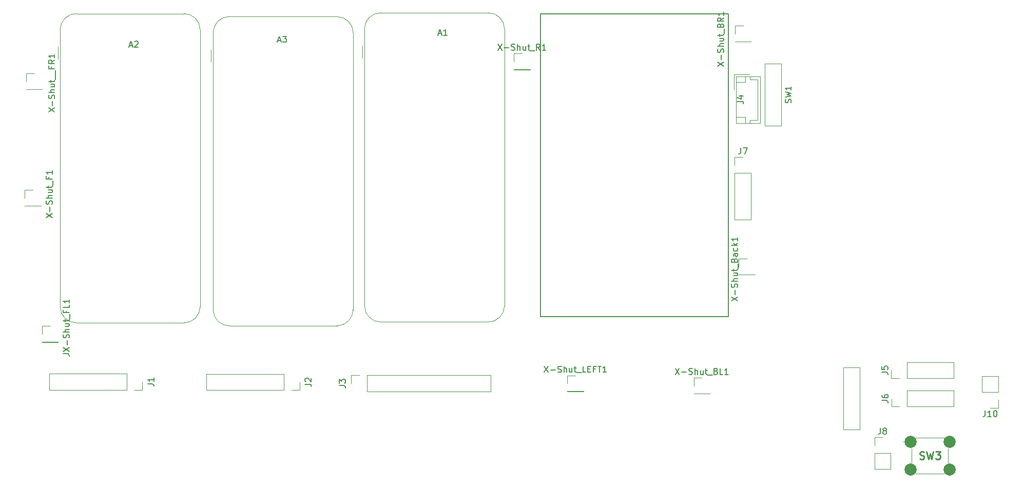
<source format=gbr>
%TF.GenerationSoftware,KiCad,Pcbnew,9.0.0*%
%TF.CreationDate,2025-04-18T00:05:44+02:00*%
%TF.ProjectId,Omni-X-II-PCB,4f6d6e69-2d58-42d4-9949-2d5043422e6b,rev?*%
%TF.SameCoordinates,Original*%
%TF.FileFunction,Legend,Bot*%
%TF.FilePolarity,Positive*%
%FSLAX46Y46*%
G04 Gerber Fmt 4.6, Leading zero omitted, Abs format (unit mm)*
G04 Created by KiCad (PCBNEW 9.0.0) date 2025-04-18 00:05:44*
%MOMM*%
%LPD*%
G01*
G04 APERTURE LIST*
%ADD10C,0.200000*%
%ADD11C,0.150000*%
%ADD12C,0.254000*%
%ADD13C,0.120000*%
%ADD14C,0.100000*%
%ADD15C,2.000000*%
G04 APERTURE END LIST*
D10*
X157150000Y-50970000D02*
X188150000Y-50970000D01*
X188150000Y-100970000D01*
X157150000Y-100970000D01*
X157150000Y-50970000D01*
D11*
X76044819Y-67175714D02*
X77044819Y-66509048D01*
X76044819Y-66509048D02*
X77044819Y-67175714D01*
X76663866Y-66128095D02*
X76663866Y-65366191D01*
X76997200Y-64937619D02*
X77044819Y-64794762D01*
X77044819Y-64794762D02*
X77044819Y-64556667D01*
X77044819Y-64556667D02*
X76997200Y-64461429D01*
X76997200Y-64461429D02*
X76949580Y-64413810D01*
X76949580Y-64413810D02*
X76854342Y-64366191D01*
X76854342Y-64366191D02*
X76759104Y-64366191D01*
X76759104Y-64366191D02*
X76663866Y-64413810D01*
X76663866Y-64413810D02*
X76616247Y-64461429D01*
X76616247Y-64461429D02*
X76568628Y-64556667D01*
X76568628Y-64556667D02*
X76521009Y-64747143D01*
X76521009Y-64747143D02*
X76473390Y-64842381D01*
X76473390Y-64842381D02*
X76425771Y-64890000D01*
X76425771Y-64890000D02*
X76330533Y-64937619D01*
X76330533Y-64937619D02*
X76235295Y-64937619D01*
X76235295Y-64937619D02*
X76140057Y-64890000D01*
X76140057Y-64890000D02*
X76092438Y-64842381D01*
X76092438Y-64842381D02*
X76044819Y-64747143D01*
X76044819Y-64747143D02*
X76044819Y-64509048D01*
X76044819Y-64509048D02*
X76092438Y-64366191D01*
X77044819Y-63937619D02*
X76044819Y-63937619D01*
X77044819Y-63509048D02*
X76521009Y-63509048D01*
X76521009Y-63509048D02*
X76425771Y-63556667D01*
X76425771Y-63556667D02*
X76378152Y-63651905D01*
X76378152Y-63651905D02*
X76378152Y-63794762D01*
X76378152Y-63794762D02*
X76425771Y-63890000D01*
X76425771Y-63890000D02*
X76473390Y-63937619D01*
X76378152Y-62604286D02*
X77044819Y-62604286D01*
X76378152Y-63032857D02*
X76901961Y-63032857D01*
X76901961Y-63032857D02*
X76997200Y-62985238D01*
X76997200Y-62985238D02*
X77044819Y-62890000D01*
X77044819Y-62890000D02*
X77044819Y-62747143D01*
X77044819Y-62747143D02*
X76997200Y-62651905D01*
X76997200Y-62651905D02*
X76949580Y-62604286D01*
X76378152Y-62270952D02*
X76378152Y-61890000D01*
X76044819Y-62128095D02*
X76901961Y-62128095D01*
X76901961Y-62128095D02*
X76997200Y-62080476D01*
X76997200Y-62080476D02*
X77044819Y-61985238D01*
X77044819Y-61985238D02*
X77044819Y-61890000D01*
X77140057Y-61794762D02*
X77140057Y-61032857D01*
X77140057Y-61032857D02*
X77140057Y-60270952D01*
X76521009Y-59699523D02*
X76521009Y-60032856D01*
X77044819Y-60032856D02*
X76044819Y-60032856D01*
X76044819Y-60032856D02*
X76044819Y-59556666D01*
X77044819Y-58604285D02*
X76568628Y-58937618D01*
X77044819Y-59175713D02*
X76044819Y-59175713D01*
X76044819Y-59175713D02*
X76044819Y-58794761D01*
X76044819Y-58794761D02*
X76092438Y-58699523D01*
X76092438Y-58699523D02*
X76140057Y-58651904D01*
X76140057Y-58651904D02*
X76235295Y-58604285D01*
X76235295Y-58604285D02*
X76378152Y-58604285D01*
X76378152Y-58604285D02*
X76473390Y-58651904D01*
X76473390Y-58651904D02*
X76521009Y-58699523D01*
X76521009Y-58699523D02*
X76568628Y-58794761D01*
X76568628Y-58794761D02*
X76568628Y-59175713D01*
X77044819Y-57651904D02*
X77044819Y-58223332D01*
X77044819Y-57937618D02*
X76044819Y-57937618D01*
X76044819Y-57937618D02*
X76187676Y-58032856D01*
X76187676Y-58032856D02*
X76282914Y-58128094D01*
X76282914Y-58128094D02*
X76330533Y-58223332D01*
X118364819Y-112083333D02*
X119079104Y-112083333D01*
X119079104Y-112083333D02*
X119221961Y-112130952D01*
X119221961Y-112130952D02*
X119317200Y-112226190D01*
X119317200Y-112226190D02*
X119364819Y-112369047D01*
X119364819Y-112369047D02*
X119364819Y-112464285D01*
X118460057Y-111654761D02*
X118412438Y-111607142D01*
X118412438Y-111607142D02*
X118364819Y-111511904D01*
X118364819Y-111511904D02*
X118364819Y-111273809D01*
X118364819Y-111273809D02*
X118412438Y-111178571D01*
X118412438Y-111178571D02*
X118460057Y-111130952D01*
X118460057Y-111130952D02*
X118555295Y-111083333D01*
X118555295Y-111083333D02*
X118650533Y-111083333D01*
X118650533Y-111083333D02*
X118793390Y-111130952D01*
X118793390Y-111130952D02*
X119364819Y-111702380D01*
X119364819Y-111702380D02*
X119364819Y-111083333D01*
X189654819Y-65433333D02*
X190369104Y-65433333D01*
X190369104Y-65433333D02*
X190511961Y-65480952D01*
X190511961Y-65480952D02*
X190607200Y-65576190D01*
X190607200Y-65576190D02*
X190654819Y-65719047D01*
X190654819Y-65719047D02*
X190654819Y-65814285D01*
X189988152Y-64528571D02*
X190654819Y-64528571D01*
X189607200Y-64766666D02*
X190321485Y-65004761D01*
X190321485Y-65004761D02*
X190321485Y-64385714D01*
X92404819Y-112033333D02*
X93119104Y-112033333D01*
X93119104Y-112033333D02*
X93261961Y-112080952D01*
X93261961Y-112080952D02*
X93357200Y-112176190D01*
X93357200Y-112176190D02*
X93404819Y-112319047D01*
X93404819Y-112319047D02*
X93404819Y-112414285D01*
X93404819Y-111033333D02*
X93404819Y-111604761D01*
X93404819Y-111319047D02*
X92404819Y-111319047D01*
X92404819Y-111319047D02*
X92547676Y-111414285D01*
X92547676Y-111414285D02*
X92642914Y-111509523D01*
X92642914Y-111509523D02*
X92690533Y-111604761D01*
X75634819Y-84614761D02*
X76634819Y-83948095D01*
X75634819Y-83948095D02*
X76634819Y-84614761D01*
X76253866Y-83567142D02*
X76253866Y-82805238D01*
X76587200Y-82376666D02*
X76634819Y-82233809D01*
X76634819Y-82233809D02*
X76634819Y-81995714D01*
X76634819Y-81995714D02*
X76587200Y-81900476D01*
X76587200Y-81900476D02*
X76539580Y-81852857D01*
X76539580Y-81852857D02*
X76444342Y-81805238D01*
X76444342Y-81805238D02*
X76349104Y-81805238D01*
X76349104Y-81805238D02*
X76253866Y-81852857D01*
X76253866Y-81852857D02*
X76206247Y-81900476D01*
X76206247Y-81900476D02*
X76158628Y-81995714D01*
X76158628Y-81995714D02*
X76111009Y-82186190D01*
X76111009Y-82186190D02*
X76063390Y-82281428D01*
X76063390Y-82281428D02*
X76015771Y-82329047D01*
X76015771Y-82329047D02*
X75920533Y-82376666D01*
X75920533Y-82376666D02*
X75825295Y-82376666D01*
X75825295Y-82376666D02*
X75730057Y-82329047D01*
X75730057Y-82329047D02*
X75682438Y-82281428D01*
X75682438Y-82281428D02*
X75634819Y-82186190D01*
X75634819Y-82186190D02*
X75634819Y-81948095D01*
X75634819Y-81948095D02*
X75682438Y-81805238D01*
X76634819Y-81376666D02*
X75634819Y-81376666D01*
X76634819Y-80948095D02*
X76111009Y-80948095D01*
X76111009Y-80948095D02*
X76015771Y-80995714D01*
X76015771Y-80995714D02*
X75968152Y-81090952D01*
X75968152Y-81090952D02*
X75968152Y-81233809D01*
X75968152Y-81233809D02*
X76015771Y-81329047D01*
X76015771Y-81329047D02*
X76063390Y-81376666D01*
X75968152Y-80043333D02*
X76634819Y-80043333D01*
X75968152Y-80471904D02*
X76491961Y-80471904D01*
X76491961Y-80471904D02*
X76587200Y-80424285D01*
X76587200Y-80424285D02*
X76634819Y-80329047D01*
X76634819Y-80329047D02*
X76634819Y-80186190D01*
X76634819Y-80186190D02*
X76587200Y-80090952D01*
X76587200Y-80090952D02*
X76539580Y-80043333D01*
X75968152Y-79709999D02*
X75968152Y-79329047D01*
X75634819Y-79567142D02*
X76491961Y-79567142D01*
X76491961Y-79567142D02*
X76587200Y-79519523D01*
X76587200Y-79519523D02*
X76634819Y-79424285D01*
X76634819Y-79424285D02*
X76634819Y-79329047D01*
X76730057Y-79233809D02*
X76730057Y-78471904D01*
X76111009Y-77900475D02*
X76111009Y-78233808D01*
X76634819Y-78233808D02*
X75634819Y-78233808D01*
X75634819Y-78233808D02*
X75634819Y-77757618D01*
X76634819Y-76852856D02*
X76634819Y-77424284D01*
X76634819Y-77138570D02*
X75634819Y-77138570D01*
X75634819Y-77138570D02*
X75777676Y-77233808D01*
X75777676Y-77233808D02*
X75872914Y-77329046D01*
X75872914Y-77329046D02*
X75920533Y-77424284D01*
X123994819Y-112293333D02*
X124709104Y-112293333D01*
X124709104Y-112293333D02*
X124851961Y-112340952D01*
X124851961Y-112340952D02*
X124947200Y-112436190D01*
X124947200Y-112436190D02*
X124994819Y-112579047D01*
X124994819Y-112579047D02*
X124994819Y-112674285D01*
X123994819Y-111912380D02*
X123994819Y-111293333D01*
X123994819Y-111293333D02*
X124375771Y-111626666D01*
X124375771Y-111626666D02*
X124375771Y-111483809D01*
X124375771Y-111483809D02*
X124423390Y-111388571D01*
X124423390Y-111388571D02*
X124471009Y-111340952D01*
X124471009Y-111340952D02*
X124566247Y-111293333D01*
X124566247Y-111293333D02*
X124804342Y-111293333D01*
X124804342Y-111293333D02*
X124899580Y-111340952D01*
X124899580Y-111340952D02*
X124947200Y-111388571D01*
X124947200Y-111388571D02*
X124994819Y-111483809D01*
X124994819Y-111483809D02*
X124994819Y-111769523D01*
X124994819Y-111769523D02*
X124947200Y-111864761D01*
X124947200Y-111864761D02*
X124899580Y-111912380D01*
X179419047Y-109474819D02*
X180085713Y-110474819D01*
X180085713Y-109474819D02*
X179419047Y-110474819D01*
X180466666Y-110093866D02*
X181228571Y-110093866D01*
X181657142Y-110427200D02*
X181799999Y-110474819D01*
X181799999Y-110474819D02*
X182038094Y-110474819D01*
X182038094Y-110474819D02*
X182133332Y-110427200D01*
X182133332Y-110427200D02*
X182180951Y-110379580D01*
X182180951Y-110379580D02*
X182228570Y-110284342D01*
X182228570Y-110284342D02*
X182228570Y-110189104D01*
X182228570Y-110189104D02*
X182180951Y-110093866D01*
X182180951Y-110093866D02*
X182133332Y-110046247D01*
X182133332Y-110046247D02*
X182038094Y-109998628D01*
X182038094Y-109998628D02*
X181847618Y-109951009D01*
X181847618Y-109951009D02*
X181752380Y-109903390D01*
X181752380Y-109903390D02*
X181704761Y-109855771D01*
X181704761Y-109855771D02*
X181657142Y-109760533D01*
X181657142Y-109760533D02*
X181657142Y-109665295D01*
X181657142Y-109665295D02*
X181704761Y-109570057D01*
X181704761Y-109570057D02*
X181752380Y-109522438D01*
X181752380Y-109522438D02*
X181847618Y-109474819D01*
X181847618Y-109474819D02*
X182085713Y-109474819D01*
X182085713Y-109474819D02*
X182228570Y-109522438D01*
X182657142Y-110474819D02*
X182657142Y-109474819D01*
X183085713Y-110474819D02*
X183085713Y-109951009D01*
X183085713Y-109951009D02*
X183038094Y-109855771D01*
X183038094Y-109855771D02*
X182942856Y-109808152D01*
X182942856Y-109808152D02*
X182799999Y-109808152D01*
X182799999Y-109808152D02*
X182704761Y-109855771D01*
X182704761Y-109855771D02*
X182657142Y-109903390D01*
X183990475Y-109808152D02*
X183990475Y-110474819D01*
X183561904Y-109808152D02*
X183561904Y-110331961D01*
X183561904Y-110331961D02*
X183609523Y-110427200D01*
X183609523Y-110427200D02*
X183704761Y-110474819D01*
X183704761Y-110474819D02*
X183847618Y-110474819D01*
X183847618Y-110474819D02*
X183942856Y-110427200D01*
X183942856Y-110427200D02*
X183990475Y-110379580D01*
X184323809Y-109808152D02*
X184704761Y-109808152D01*
X184466666Y-109474819D02*
X184466666Y-110331961D01*
X184466666Y-110331961D02*
X184514285Y-110427200D01*
X184514285Y-110427200D02*
X184609523Y-110474819D01*
X184609523Y-110474819D02*
X184704761Y-110474819D01*
X184800000Y-110570057D02*
X185561904Y-110570057D01*
X186133333Y-109951009D02*
X186276190Y-109998628D01*
X186276190Y-109998628D02*
X186323809Y-110046247D01*
X186323809Y-110046247D02*
X186371428Y-110141485D01*
X186371428Y-110141485D02*
X186371428Y-110284342D01*
X186371428Y-110284342D02*
X186323809Y-110379580D01*
X186323809Y-110379580D02*
X186276190Y-110427200D01*
X186276190Y-110427200D02*
X186180952Y-110474819D01*
X186180952Y-110474819D02*
X185800000Y-110474819D01*
X185800000Y-110474819D02*
X185800000Y-109474819D01*
X185800000Y-109474819D02*
X186133333Y-109474819D01*
X186133333Y-109474819D02*
X186228571Y-109522438D01*
X186228571Y-109522438D02*
X186276190Y-109570057D01*
X186276190Y-109570057D02*
X186323809Y-109665295D01*
X186323809Y-109665295D02*
X186323809Y-109760533D01*
X186323809Y-109760533D02*
X186276190Y-109855771D01*
X186276190Y-109855771D02*
X186228571Y-109903390D01*
X186228571Y-109903390D02*
X186133333Y-109951009D01*
X186133333Y-109951009D02*
X185800000Y-109951009D01*
X187276190Y-110474819D02*
X186800000Y-110474819D01*
X186800000Y-110474819D02*
X186800000Y-109474819D01*
X188133333Y-110474819D02*
X187561905Y-110474819D01*
X187847619Y-110474819D02*
X187847619Y-109474819D01*
X187847619Y-109474819D02*
X187752381Y-109617676D01*
X187752381Y-109617676D02*
X187657143Y-109712914D01*
X187657143Y-109712914D02*
X187561905Y-109760533D01*
X140355714Y-54249104D02*
X140831904Y-54249104D01*
X140260476Y-54534819D02*
X140593809Y-53534819D01*
X140593809Y-53534819D02*
X140927142Y-54534819D01*
X141784285Y-54534819D02*
X141212857Y-54534819D01*
X141498571Y-54534819D02*
X141498571Y-53534819D01*
X141498571Y-53534819D02*
X141403333Y-53677676D01*
X141403333Y-53677676D02*
X141308095Y-53772914D01*
X141308095Y-53772914D02*
X141212857Y-53820533D01*
X150153809Y-55974819D02*
X150820475Y-56974819D01*
X150820475Y-55974819D02*
X150153809Y-56974819D01*
X151201428Y-56593866D02*
X151963333Y-56593866D01*
X152391904Y-56927200D02*
X152534761Y-56974819D01*
X152534761Y-56974819D02*
X152772856Y-56974819D01*
X152772856Y-56974819D02*
X152868094Y-56927200D01*
X152868094Y-56927200D02*
X152915713Y-56879580D01*
X152915713Y-56879580D02*
X152963332Y-56784342D01*
X152963332Y-56784342D02*
X152963332Y-56689104D01*
X152963332Y-56689104D02*
X152915713Y-56593866D01*
X152915713Y-56593866D02*
X152868094Y-56546247D01*
X152868094Y-56546247D02*
X152772856Y-56498628D01*
X152772856Y-56498628D02*
X152582380Y-56451009D01*
X152582380Y-56451009D02*
X152487142Y-56403390D01*
X152487142Y-56403390D02*
X152439523Y-56355771D01*
X152439523Y-56355771D02*
X152391904Y-56260533D01*
X152391904Y-56260533D02*
X152391904Y-56165295D01*
X152391904Y-56165295D02*
X152439523Y-56070057D01*
X152439523Y-56070057D02*
X152487142Y-56022438D01*
X152487142Y-56022438D02*
X152582380Y-55974819D01*
X152582380Y-55974819D02*
X152820475Y-55974819D01*
X152820475Y-55974819D02*
X152963332Y-56022438D01*
X153391904Y-56974819D02*
X153391904Y-55974819D01*
X153820475Y-56974819D02*
X153820475Y-56451009D01*
X153820475Y-56451009D02*
X153772856Y-56355771D01*
X153772856Y-56355771D02*
X153677618Y-56308152D01*
X153677618Y-56308152D02*
X153534761Y-56308152D01*
X153534761Y-56308152D02*
X153439523Y-56355771D01*
X153439523Y-56355771D02*
X153391904Y-56403390D01*
X154725237Y-56308152D02*
X154725237Y-56974819D01*
X154296666Y-56308152D02*
X154296666Y-56831961D01*
X154296666Y-56831961D02*
X154344285Y-56927200D01*
X154344285Y-56927200D02*
X154439523Y-56974819D01*
X154439523Y-56974819D02*
X154582380Y-56974819D01*
X154582380Y-56974819D02*
X154677618Y-56927200D01*
X154677618Y-56927200D02*
X154725237Y-56879580D01*
X155058571Y-56308152D02*
X155439523Y-56308152D01*
X155201428Y-55974819D02*
X155201428Y-56831961D01*
X155201428Y-56831961D02*
X155249047Y-56927200D01*
X155249047Y-56927200D02*
X155344285Y-56974819D01*
X155344285Y-56974819D02*
X155439523Y-56974819D01*
X155534762Y-57070057D02*
X156296666Y-57070057D01*
X157106190Y-56974819D02*
X156772857Y-56498628D01*
X156534762Y-56974819D02*
X156534762Y-55974819D01*
X156534762Y-55974819D02*
X156915714Y-55974819D01*
X156915714Y-55974819D02*
X157010952Y-56022438D01*
X157010952Y-56022438D02*
X157058571Y-56070057D01*
X157058571Y-56070057D02*
X157106190Y-56165295D01*
X157106190Y-56165295D02*
X157106190Y-56308152D01*
X157106190Y-56308152D02*
X157058571Y-56403390D01*
X157058571Y-56403390D02*
X157010952Y-56451009D01*
X157010952Y-56451009D02*
X156915714Y-56498628D01*
X156915714Y-56498628D02*
X156534762Y-56498628D01*
X158058571Y-56974819D02*
X157487143Y-56974819D01*
X157772857Y-56974819D02*
X157772857Y-55974819D01*
X157772857Y-55974819D02*
X157677619Y-56117676D01*
X157677619Y-56117676D02*
X157582381Y-56212914D01*
X157582381Y-56212914D02*
X157487143Y-56260533D01*
X190226666Y-73094819D02*
X190226666Y-73809104D01*
X190226666Y-73809104D02*
X190179047Y-73951961D01*
X190179047Y-73951961D02*
X190083809Y-74047200D01*
X190083809Y-74047200D02*
X189940952Y-74094819D01*
X189940952Y-74094819D02*
X189845714Y-74094819D01*
X190607619Y-73094819D02*
X191274285Y-73094819D01*
X191274285Y-73094819D02*
X190845714Y-74094819D01*
X89395714Y-56199104D02*
X89871904Y-56199104D01*
X89300476Y-56484819D02*
X89633809Y-55484819D01*
X89633809Y-55484819D02*
X89967142Y-56484819D01*
X90252857Y-55580057D02*
X90300476Y-55532438D01*
X90300476Y-55532438D02*
X90395714Y-55484819D01*
X90395714Y-55484819D02*
X90633809Y-55484819D01*
X90633809Y-55484819D02*
X90729047Y-55532438D01*
X90729047Y-55532438D02*
X90776666Y-55580057D01*
X90776666Y-55580057D02*
X90824285Y-55675295D01*
X90824285Y-55675295D02*
X90824285Y-55770533D01*
X90824285Y-55770533D02*
X90776666Y-55913390D01*
X90776666Y-55913390D02*
X90205238Y-56484819D01*
X90205238Y-56484819D02*
X90824285Y-56484819D01*
D12*
X219746666Y-124403842D02*
X219928095Y-124464318D01*
X219928095Y-124464318D02*
X220230476Y-124464318D01*
X220230476Y-124464318D02*
X220351428Y-124403842D01*
X220351428Y-124403842D02*
X220411904Y-124343365D01*
X220411904Y-124343365D02*
X220472381Y-124222413D01*
X220472381Y-124222413D02*
X220472381Y-124101461D01*
X220472381Y-124101461D02*
X220411904Y-123980508D01*
X220411904Y-123980508D02*
X220351428Y-123920032D01*
X220351428Y-123920032D02*
X220230476Y-123859556D01*
X220230476Y-123859556D02*
X219988571Y-123799080D01*
X219988571Y-123799080D02*
X219867619Y-123738603D01*
X219867619Y-123738603D02*
X219807142Y-123678127D01*
X219807142Y-123678127D02*
X219746666Y-123557175D01*
X219746666Y-123557175D02*
X219746666Y-123436222D01*
X219746666Y-123436222D02*
X219807142Y-123315270D01*
X219807142Y-123315270D02*
X219867619Y-123254794D01*
X219867619Y-123254794D02*
X219988571Y-123194318D01*
X219988571Y-123194318D02*
X220290952Y-123194318D01*
X220290952Y-123194318D02*
X220472381Y-123254794D01*
X220895714Y-123194318D02*
X221198095Y-124464318D01*
X221198095Y-124464318D02*
X221440000Y-123557175D01*
X221440000Y-123557175D02*
X221681905Y-124464318D01*
X221681905Y-124464318D02*
X221984286Y-123194318D01*
X222347143Y-123194318D02*
X223133334Y-123194318D01*
X223133334Y-123194318D02*
X222710000Y-123678127D01*
X222710000Y-123678127D02*
X222891429Y-123678127D01*
X222891429Y-123678127D02*
X223012381Y-123738603D01*
X223012381Y-123738603D02*
X223072857Y-123799080D01*
X223072857Y-123799080D02*
X223133334Y-123920032D01*
X223133334Y-123920032D02*
X223133334Y-124222413D01*
X223133334Y-124222413D02*
X223072857Y-124343365D01*
X223072857Y-124343365D02*
X223012381Y-124403842D01*
X223012381Y-124403842D02*
X222891429Y-124464318D01*
X222891429Y-124464318D02*
X222528572Y-124464318D01*
X222528572Y-124464318D02*
X222407619Y-124403842D01*
X222407619Y-124403842D02*
X222347143Y-124343365D01*
D11*
X188674819Y-98351904D02*
X189674819Y-97685238D01*
X188674819Y-97685238D02*
X189674819Y-98351904D01*
X189293866Y-97304285D02*
X189293866Y-96542381D01*
X189627200Y-96113809D02*
X189674819Y-95970952D01*
X189674819Y-95970952D02*
X189674819Y-95732857D01*
X189674819Y-95732857D02*
X189627200Y-95637619D01*
X189627200Y-95637619D02*
X189579580Y-95590000D01*
X189579580Y-95590000D02*
X189484342Y-95542381D01*
X189484342Y-95542381D02*
X189389104Y-95542381D01*
X189389104Y-95542381D02*
X189293866Y-95590000D01*
X189293866Y-95590000D02*
X189246247Y-95637619D01*
X189246247Y-95637619D02*
X189198628Y-95732857D01*
X189198628Y-95732857D02*
X189151009Y-95923333D01*
X189151009Y-95923333D02*
X189103390Y-96018571D01*
X189103390Y-96018571D02*
X189055771Y-96066190D01*
X189055771Y-96066190D02*
X188960533Y-96113809D01*
X188960533Y-96113809D02*
X188865295Y-96113809D01*
X188865295Y-96113809D02*
X188770057Y-96066190D01*
X188770057Y-96066190D02*
X188722438Y-96018571D01*
X188722438Y-96018571D02*
X188674819Y-95923333D01*
X188674819Y-95923333D02*
X188674819Y-95685238D01*
X188674819Y-95685238D02*
X188722438Y-95542381D01*
X189674819Y-95113809D02*
X188674819Y-95113809D01*
X189674819Y-94685238D02*
X189151009Y-94685238D01*
X189151009Y-94685238D02*
X189055771Y-94732857D01*
X189055771Y-94732857D02*
X189008152Y-94828095D01*
X189008152Y-94828095D02*
X189008152Y-94970952D01*
X189008152Y-94970952D02*
X189055771Y-95066190D01*
X189055771Y-95066190D02*
X189103390Y-95113809D01*
X189008152Y-93780476D02*
X189674819Y-93780476D01*
X189008152Y-94209047D02*
X189531961Y-94209047D01*
X189531961Y-94209047D02*
X189627200Y-94161428D01*
X189627200Y-94161428D02*
X189674819Y-94066190D01*
X189674819Y-94066190D02*
X189674819Y-93923333D01*
X189674819Y-93923333D02*
X189627200Y-93828095D01*
X189627200Y-93828095D02*
X189579580Y-93780476D01*
X189008152Y-93447142D02*
X189008152Y-93066190D01*
X188674819Y-93304285D02*
X189531961Y-93304285D01*
X189531961Y-93304285D02*
X189627200Y-93256666D01*
X189627200Y-93256666D02*
X189674819Y-93161428D01*
X189674819Y-93161428D02*
X189674819Y-93066190D01*
X189770057Y-92970952D02*
X189770057Y-92209047D01*
X189151009Y-91637618D02*
X189198628Y-91494761D01*
X189198628Y-91494761D02*
X189246247Y-91447142D01*
X189246247Y-91447142D02*
X189341485Y-91399523D01*
X189341485Y-91399523D02*
X189484342Y-91399523D01*
X189484342Y-91399523D02*
X189579580Y-91447142D01*
X189579580Y-91447142D02*
X189627200Y-91494761D01*
X189627200Y-91494761D02*
X189674819Y-91589999D01*
X189674819Y-91589999D02*
X189674819Y-91970951D01*
X189674819Y-91970951D02*
X188674819Y-91970951D01*
X188674819Y-91970951D02*
X188674819Y-91637618D01*
X188674819Y-91637618D02*
X188722438Y-91542380D01*
X188722438Y-91542380D02*
X188770057Y-91494761D01*
X188770057Y-91494761D02*
X188865295Y-91447142D01*
X188865295Y-91447142D02*
X188960533Y-91447142D01*
X188960533Y-91447142D02*
X189055771Y-91494761D01*
X189055771Y-91494761D02*
X189103390Y-91542380D01*
X189103390Y-91542380D02*
X189151009Y-91637618D01*
X189151009Y-91637618D02*
X189151009Y-91970951D01*
X189674819Y-90542380D02*
X189151009Y-90542380D01*
X189151009Y-90542380D02*
X189055771Y-90589999D01*
X189055771Y-90589999D02*
X189008152Y-90685237D01*
X189008152Y-90685237D02*
X189008152Y-90875713D01*
X189008152Y-90875713D02*
X189055771Y-90970951D01*
X189627200Y-90542380D02*
X189674819Y-90637618D01*
X189674819Y-90637618D02*
X189674819Y-90875713D01*
X189674819Y-90875713D02*
X189627200Y-90970951D01*
X189627200Y-90970951D02*
X189531961Y-91018570D01*
X189531961Y-91018570D02*
X189436723Y-91018570D01*
X189436723Y-91018570D02*
X189341485Y-90970951D01*
X189341485Y-90970951D02*
X189293866Y-90875713D01*
X189293866Y-90875713D02*
X189293866Y-90637618D01*
X189293866Y-90637618D02*
X189246247Y-90542380D01*
X189627200Y-89637618D02*
X189674819Y-89732856D01*
X189674819Y-89732856D02*
X189674819Y-89923332D01*
X189674819Y-89923332D02*
X189627200Y-90018570D01*
X189627200Y-90018570D02*
X189579580Y-90066189D01*
X189579580Y-90066189D02*
X189484342Y-90113808D01*
X189484342Y-90113808D02*
X189198628Y-90113808D01*
X189198628Y-90113808D02*
X189103390Y-90066189D01*
X189103390Y-90066189D02*
X189055771Y-90018570D01*
X189055771Y-90018570D02*
X189008152Y-89923332D01*
X189008152Y-89923332D02*
X189008152Y-89732856D01*
X189008152Y-89732856D02*
X189055771Y-89637618D01*
X189674819Y-89209046D02*
X188674819Y-89209046D01*
X189293866Y-89113808D02*
X189674819Y-88828094D01*
X189008152Y-88828094D02*
X189389104Y-89209046D01*
X189674819Y-87875713D02*
X189674819Y-88447141D01*
X189674819Y-88161427D02*
X188674819Y-88161427D01*
X188674819Y-88161427D02*
X188817676Y-88256665D01*
X188817676Y-88256665D02*
X188912914Y-88351903D01*
X188912914Y-88351903D02*
X188960533Y-88447141D01*
X213519819Y-114783333D02*
X214234104Y-114783333D01*
X214234104Y-114783333D02*
X214376961Y-114830952D01*
X214376961Y-114830952D02*
X214472200Y-114926190D01*
X214472200Y-114926190D02*
X214519819Y-115069047D01*
X214519819Y-115069047D02*
X214519819Y-115164285D01*
X213519819Y-113878571D02*
X213519819Y-114069047D01*
X213519819Y-114069047D02*
X213567438Y-114164285D01*
X213567438Y-114164285D02*
X213615057Y-114211904D01*
X213615057Y-114211904D02*
X213757914Y-114307142D01*
X213757914Y-114307142D02*
X213948390Y-114354761D01*
X213948390Y-114354761D02*
X214329342Y-114354761D01*
X214329342Y-114354761D02*
X214424580Y-114307142D01*
X214424580Y-114307142D02*
X214472200Y-114259523D01*
X214472200Y-114259523D02*
X214519819Y-114164285D01*
X214519819Y-114164285D02*
X214519819Y-113973809D01*
X214519819Y-113973809D02*
X214472200Y-113878571D01*
X214472200Y-113878571D02*
X214424580Y-113830952D01*
X214424580Y-113830952D02*
X214329342Y-113783333D01*
X214329342Y-113783333D02*
X214091247Y-113783333D01*
X214091247Y-113783333D02*
X213996009Y-113830952D01*
X213996009Y-113830952D02*
X213948390Y-113878571D01*
X213948390Y-113878571D02*
X213900771Y-113973809D01*
X213900771Y-113973809D02*
X213900771Y-114164285D01*
X213900771Y-114164285D02*
X213948390Y-114259523D01*
X213948390Y-114259523D02*
X213996009Y-114307142D01*
X213996009Y-114307142D02*
X214091247Y-114354761D01*
X230535476Y-116444819D02*
X230535476Y-117159104D01*
X230535476Y-117159104D02*
X230487857Y-117301961D01*
X230487857Y-117301961D02*
X230392619Y-117397200D01*
X230392619Y-117397200D02*
X230249762Y-117444819D01*
X230249762Y-117444819D02*
X230154524Y-117444819D01*
X231535476Y-117444819D02*
X230964048Y-117444819D01*
X231249762Y-117444819D02*
X231249762Y-116444819D01*
X231249762Y-116444819D02*
X231154524Y-116587676D01*
X231154524Y-116587676D02*
X231059286Y-116682914D01*
X231059286Y-116682914D02*
X230964048Y-116730533D01*
X232154524Y-116444819D02*
X232249762Y-116444819D01*
X232249762Y-116444819D02*
X232345000Y-116492438D01*
X232345000Y-116492438D02*
X232392619Y-116540057D01*
X232392619Y-116540057D02*
X232440238Y-116635295D01*
X232440238Y-116635295D02*
X232487857Y-116825771D01*
X232487857Y-116825771D02*
X232487857Y-117063866D01*
X232487857Y-117063866D02*
X232440238Y-117254342D01*
X232440238Y-117254342D02*
X232392619Y-117349580D01*
X232392619Y-117349580D02*
X232345000Y-117397200D01*
X232345000Y-117397200D02*
X232249762Y-117444819D01*
X232249762Y-117444819D02*
X232154524Y-117444819D01*
X232154524Y-117444819D02*
X232059286Y-117397200D01*
X232059286Y-117397200D02*
X232011667Y-117349580D01*
X232011667Y-117349580D02*
X231964048Y-117254342D01*
X231964048Y-117254342D02*
X231916429Y-117063866D01*
X231916429Y-117063866D02*
X231916429Y-116825771D01*
X231916429Y-116825771D02*
X231964048Y-116635295D01*
X231964048Y-116635295D02*
X232011667Y-116540057D01*
X232011667Y-116540057D02*
X232059286Y-116492438D01*
X232059286Y-116492438D02*
X232154524Y-116444819D01*
X78464819Y-107069524D02*
X79179104Y-107069524D01*
X79179104Y-107069524D02*
X79321961Y-107117143D01*
X79321961Y-107117143D02*
X79417200Y-107212381D01*
X79417200Y-107212381D02*
X79464819Y-107355238D01*
X79464819Y-107355238D02*
X79464819Y-107450476D01*
X78464819Y-106688571D02*
X79464819Y-106021905D01*
X78464819Y-106021905D02*
X79464819Y-106688571D01*
X79083866Y-105640952D02*
X79083866Y-104879048D01*
X79417200Y-104450476D02*
X79464819Y-104307619D01*
X79464819Y-104307619D02*
X79464819Y-104069524D01*
X79464819Y-104069524D02*
X79417200Y-103974286D01*
X79417200Y-103974286D02*
X79369580Y-103926667D01*
X79369580Y-103926667D02*
X79274342Y-103879048D01*
X79274342Y-103879048D02*
X79179104Y-103879048D01*
X79179104Y-103879048D02*
X79083866Y-103926667D01*
X79083866Y-103926667D02*
X79036247Y-103974286D01*
X79036247Y-103974286D02*
X78988628Y-104069524D01*
X78988628Y-104069524D02*
X78941009Y-104260000D01*
X78941009Y-104260000D02*
X78893390Y-104355238D01*
X78893390Y-104355238D02*
X78845771Y-104402857D01*
X78845771Y-104402857D02*
X78750533Y-104450476D01*
X78750533Y-104450476D02*
X78655295Y-104450476D01*
X78655295Y-104450476D02*
X78560057Y-104402857D01*
X78560057Y-104402857D02*
X78512438Y-104355238D01*
X78512438Y-104355238D02*
X78464819Y-104260000D01*
X78464819Y-104260000D02*
X78464819Y-104021905D01*
X78464819Y-104021905D02*
X78512438Y-103879048D01*
X79464819Y-103450476D02*
X78464819Y-103450476D01*
X79464819Y-103021905D02*
X78941009Y-103021905D01*
X78941009Y-103021905D02*
X78845771Y-103069524D01*
X78845771Y-103069524D02*
X78798152Y-103164762D01*
X78798152Y-103164762D02*
X78798152Y-103307619D01*
X78798152Y-103307619D02*
X78845771Y-103402857D01*
X78845771Y-103402857D02*
X78893390Y-103450476D01*
X78798152Y-102117143D02*
X79464819Y-102117143D01*
X78798152Y-102545714D02*
X79321961Y-102545714D01*
X79321961Y-102545714D02*
X79417200Y-102498095D01*
X79417200Y-102498095D02*
X79464819Y-102402857D01*
X79464819Y-102402857D02*
X79464819Y-102260000D01*
X79464819Y-102260000D02*
X79417200Y-102164762D01*
X79417200Y-102164762D02*
X79369580Y-102117143D01*
X78798152Y-101783809D02*
X78798152Y-101402857D01*
X78464819Y-101640952D02*
X79321961Y-101640952D01*
X79321961Y-101640952D02*
X79417200Y-101593333D01*
X79417200Y-101593333D02*
X79464819Y-101498095D01*
X79464819Y-101498095D02*
X79464819Y-101402857D01*
X79560057Y-101307619D02*
X79560057Y-100545714D01*
X78941009Y-99974285D02*
X78941009Y-100307618D01*
X79464819Y-100307618D02*
X78464819Y-100307618D01*
X78464819Y-100307618D02*
X78464819Y-99831428D01*
X79464819Y-98974285D02*
X79464819Y-99450475D01*
X79464819Y-99450475D02*
X78464819Y-99450475D01*
X79464819Y-98117142D02*
X79464819Y-98688570D01*
X79464819Y-98402856D02*
X78464819Y-98402856D01*
X78464819Y-98402856D02*
X78607676Y-98498094D01*
X78607676Y-98498094D02*
X78702914Y-98593332D01*
X78702914Y-98593332D02*
X78750533Y-98688570D01*
X198497200Y-65653332D02*
X198544819Y-65510475D01*
X198544819Y-65510475D02*
X198544819Y-65272380D01*
X198544819Y-65272380D02*
X198497200Y-65177142D01*
X198497200Y-65177142D02*
X198449580Y-65129523D01*
X198449580Y-65129523D02*
X198354342Y-65081904D01*
X198354342Y-65081904D02*
X198259104Y-65081904D01*
X198259104Y-65081904D02*
X198163866Y-65129523D01*
X198163866Y-65129523D02*
X198116247Y-65177142D01*
X198116247Y-65177142D02*
X198068628Y-65272380D01*
X198068628Y-65272380D02*
X198021009Y-65462856D01*
X198021009Y-65462856D02*
X197973390Y-65558094D01*
X197973390Y-65558094D02*
X197925771Y-65605713D01*
X197925771Y-65605713D02*
X197830533Y-65653332D01*
X197830533Y-65653332D02*
X197735295Y-65653332D01*
X197735295Y-65653332D02*
X197640057Y-65605713D01*
X197640057Y-65605713D02*
X197592438Y-65558094D01*
X197592438Y-65558094D02*
X197544819Y-65462856D01*
X197544819Y-65462856D02*
X197544819Y-65224761D01*
X197544819Y-65224761D02*
X197592438Y-65081904D01*
X197544819Y-64748570D02*
X198544819Y-64510475D01*
X198544819Y-64510475D02*
X197830533Y-64319999D01*
X197830533Y-64319999D02*
X198544819Y-64129523D01*
X198544819Y-64129523D02*
X197544819Y-63891428D01*
X198544819Y-62986666D02*
X198544819Y-63558094D01*
X198544819Y-63272380D02*
X197544819Y-63272380D01*
X197544819Y-63272380D02*
X197687676Y-63367618D01*
X197687676Y-63367618D02*
X197782914Y-63462856D01*
X197782914Y-63462856D02*
X197830533Y-63558094D01*
X186394819Y-59596190D02*
X187394819Y-58929524D01*
X186394819Y-58929524D02*
X187394819Y-59596190D01*
X187013866Y-58548571D02*
X187013866Y-57786667D01*
X187347200Y-57358095D02*
X187394819Y-57215238D01*
X187394819Y-57215238D02*
X187394819Y-56977143D01*
X187394819Y-56977143D02*
X187347200Y-56881905D01*
X187347200Y-56881905D02*
X187299580Y-56834286D01*
X187299580Y-56834286D02*
X187204342Y-56786667D01*
X187204342Y-56786667D02*
X187109104Y-56786667D01*
X187109104Y-56786667D02*
X187013866Y-56834286D01*
X187013866Y-56834286D02*
X186966247Y-56881905D01*
X186966247Y-56881905D02*
X186918628Y-56977143D01*
X186918628Y-56977143D02*
X186871009Y-57167619D01*
X186871009Y-57167619D02*
X186823390Y-57262857D01*
X186823390Y-57262857D02*
X186775771Y-57310476D01*
X186775771Y-57310476D02*
X186680533Y-57358095D01*
X186680533Y-57358095D02*
X186585295Y-57358095D01*
X186585295Y-57358095D02*
X186490057Y-57310476D01*
X186490057Y-57310476D02*
X186442438Y-57262857D01*
X186442438Y-57262857D02*
X186394819Y-57167619D01*
X186394819Y-57167619D02*
X186394819Y-56929524D01*
X186394819Y-56929524D02*
X186442438Y-56786667D01*
X187394819Y-56358095D02*
X186394819Y-56358095D01*
X187394819Y-55929524D02*
X186871009Y-55929524D01*
X186871009Y-55929524D02*
X186775771Y-55977143D01*
X186775771Y-55977143D02*
X186728152Y-56072381D01*
X186728152Y-56072381D02*
X186728152Y-56215238D01*
X186728152Y-56215238D02*
X186775771Y-56310476D01*
X186775771Y-56310476D02*
X186823390Y-56358095D01*
X186728152Y-55024762D02*
X187394819Y-55024762D01*
X186728152Y-55453333D02*
X187251961Y-55453333D01*
X187251961Y-55453333D02*
X187347200Y-55405714D01*
X187347200Y-55405714D02*
X187394819Y-55310476D01*
X187394819Y-55310476D02*
X187394819Y-55167619D01*
X187394819Y-55167619D02*
X187347200Y-55072381D01*
X187347200Y-55072381D02*
X187299580Y-55024762D01*
X186728152Y-54691428D02*
X186728152Y-54310476D01*
X186394819Y-54548571D02*
X187251961Y-54548571D01*
X187251961Y-54548571D02*
X187347200Y-54500952D01*
X187347200Y-54500952D02*
X187394819Y-54405714D01*
X187394819Y-54405714D02*
X187394819Y-54310476D01*
X187490057Y-54215238D02*
X187490057Y-53453333D01*
X186871009Y-52881904D02*
X186918628Y-52739047D01*
X186918628Y-52739047D02*
X186966247Y-52691428D01*
X186966247Y-52691428D02*
X187061485Y-52643809D01*
X187061485Y-52643809D02*
X187204342Y-52643809D01*
X187204342Y-52643809D02*
X187299580Y-52691428D01*
X187299580Y-52691428D02*
X187347200Y-52739047D01*
X187347200Y-52739047D02*
X187394819Y-52834285D01*
X187394819Y-52834285D02*
X187394819Y-53215237D01*
X187394819Y-53215237D02*
X186394819Y-53215237D01*
X186394819Y-53215237D02*
X186394819Y-52881904D01*
X186394819Y-52881904D02*
X186442438Y-52786666D01*
X186442438Y-52786666D02*
X186490057Y-52739047D01*
X186490057Y-52739047D02*
X186585295Y-52691428D01*
X186585295Y-52691428D02*
X186680533Y-52691428D01*
X186680533Y-52691428D02*
X186775771Y-52739047D01*
X186775771Y-52739047D02*
X186823390Y-52786666D01*
X186823390Y-52786666D02*
X186871009Y-52881904D01*
X186871009Y-52881904D02*
X186871009Y-53215237D01*
X187394819Y-51643809D02*
X186918628Y-51977142D01*
X187394819Y-52215237D02*
X186394819Y-52215237D01*
X186394819Y-52215237D02*
X186394819Y-51834285D01*
X186394819Y-51834285D02*
X186442438Y-51739047D01*
X186442438Y-51739047D02*
X186490057Y-51691428D01*
X186490057Y-51691428D02*
X186585295Y-51643809D01*
X186585295Y-51643809D02*
X186728152Y-51643809D01*
X186728152Y-51643809D02*
X186823390Y-51691428D01*
X186823390Y-51691428D02*
X186871009Y-51739047D01*
X186871009Y-51739047D02*
X186918628Y-51834285D01*
X186918628Y-51834285D02*
X186918628Y-52215237D01*
X187394819Y-50691428D02*
X187394819Y-51262856D01*
X187394819Y-50977142D02*
X186394819Y-50977142D01*
X186394819Y-50977142D02*
X186537676Y-51072380D01*
X186537676Y-51072380D02*
X186632914Y-51167618D01*
X186632914Y-51167618D02*
X186680533Y-51262856D01*
X157817142Y-109114819D02*
X158483808Y-110114819D01*
X158483808Y-109114819D02*
X157817142Y-110114819D01*
X158864761Y-109733866D02*
X159626666Y-109733866D01*
X160055237Y-110067200D02*
X160198094Y-110114819D01*
X160198094Y-110114819D02*
X160436189Y-110114819D01*
X160436189Y-110114819D02*
X160531427Y-110067200D01*
X160531427Y-110067200D02*
X160579046Y-110019580D01*
X160579046Y-110019580D02*
X160626665Y-109924342D01*
X160626665Y-109924342D02*
X160626665Y-109829104D01*
X160626665Y-109829104D02*
X160579046Y-109733866D01*
X160579046Y-109733866D02*
X160531427Y-109686247D01*
X160531427Y-109686247D02*
X160436189Y-109638628D01*
X160436189Y-109638628D02*
X160245713Y-109591009D01*
X160245713Y-109591009D02*
X160150475Y-109543390D01*
X160150475Y-109543390D02*
X160102856Y-109495771D01*
X160102856Y-109495771D02*
X160055237Y-109400533D01*
X160055237Y-109400533D02*
X160055237Y-109305295D01*
X160055237Y-109305295D02*
X160102856Y-109210057D01*
X160102856Y-109210057D02*
X160150475Y-109162438D01*
X160150475Y-109162438D02*
X160245713Y-109114819D01*
X160245713Y-109114819D02*
X160483808Y-109114819D01*
X160483808Y-109114819D02*
X160626665Y-109162438D01*
X161055237Y-110114819D02*
X161055237Y-109114819D01*
X161483808Y-110114819D02*
X161483808Y-109591009D01*
X161483808Y-109591009D02*
X161436189Y-109495771D01*
X161436189Y-109495771D02*
X161340951Y-109448152D01*
X161340951Y-109448152D02*
X161198094Y-109448152D01*
X161198094Y-109448152D02*
X161102856Y-109495771D01*
X161102856Y-109495771D02*
X161055237Y-109543390D01*
X162388570Y-109448152D02*
X162388570Y-110114819D01*
X161959999Y-109448152D02*
X161959999Y-109971961D01*
X161959999Y-109971961D02*
X162007618Y-110067200D01*
X162007618Y-110067200D02*
X162102856Y-110114819D01*
X162102856Y-110114819D02*
X162245713Y-110114819D01*
X162245713Y-110114819D02*
X162340951Y-110067200D01*
X162340951Y-110067200D02*
X162388570Y-110019580D01*
X162721904Y-109448152D02*
X163102856Y-109448152D01*
X162864761Y-109114819D02*
X162864761Y-109971961D01*
X162864761Y-109971961D02*
X162912380Y-110067200D01*
X162912380Y-110067200D02*
X163007618Y-110114819D01*
X163007618Y-110114819D02*
X163102856Y-110114819D01*
X163198095Y-110210057D02*
X163959999Y-110210057D01*
X164674285Y-110114819D02*
X164198095Y-110114819D01*
X164198095Y-110114819D02*
X164198095Y-109114819D01*
X165007619Y-109591009D02*
X165340952Y-109591009D01*
X165483809Y-110114819D02*
X165007619Y-110114819D01*
X165007619Y-110114819D02*
X165007619Y-109114819D01*
X165007619Y-109114819D02*
X165483809Y-109114819D01*
X166245714Y-109591009D02*
X165912381Y-109591009D01*
X165912381Y-110114819D02*
X165912381Y-109114819D01*
X165912381Y-109114819D02*
X166388571Y-109114819D01*
X166626667Y-109114819D02*
X167198095Y-109114819D01*
X166912381Y-110114819D02*
X166912381Y-109114819D01*
X168055238Y-110114819D02*
X167483810Y-110114819D01*
X167769524Y-110114819D02*
X167769524Y-109114819D01*
X167769524Y-109114819D02*
X167674286Y-109257676D01*
X167674286Y-109257676D02*
X167579048Y-109352914D01*
X167579048Y-109352914D02*
X167483810Y-109400533D01*
X113885714Y-55389104D02*
X114361904Y-55389104D01*
X113790476Y-55674819D02*
X114123809Y-54674819D01*
X114123809Y-54674819D02*
X114457142Y-55674819D01*
X114695238Y-54674819D02*
X115314285Y-54674819D01*
X115314285Y-54674819D02*
X114980952Y-55055771D01*
X114980952Y-55055771D02*
X115123809Y-55055771D01*
X115123809Y-55055771D02*
X115219047Y-55103390D01*
X115219047Y-55103390D02*
X115266666Y-55151009D01*
X115266666Y-55151009D02*
X115314285Y-55246247D01*
X115314285Y-55246247D02*
X115314285Y-55484342D01*
X115314285Y-55484342D02*
X115266666Y-55579580D01*
X115266666Y-55579580D02*
X115219047Y-55627200D01*
X115219047Y-55627200D02*
X115123809Y-55674819D01*
X115123809Y-55674819D02*
X114838095Y-55674819D01*
X114838095Y-55674819D02*
X114742857Y-55627200D01*
X114742857Y-55627200D02*
X114695238Y-55579580D01*
X213479819Y-110113333D02*
X214194104Y-110113333D01*
X214194104Y-110113333D02*
X214336961Y-110160952D01*
X214336961Y-110160952D02*
X214432200Y-110256190D01*
X214432200Y-110256190D02*
X214479819Y-110399047D01*
X214479819Y-110399047D02*
X214479819Y-110494285D01*
X213479819Y-109160952D02*
X213479819Y-109637142D01*
X213479819Y-109637142D02*
X213956009Y-109684761D01*
X213956009Y-109684761D02*
X213908390Y-109637142D01*
X213908390Y-109637142D02*
X213860771Y-109541904D01*
X213860771Y-109541904D02*
X213860771Y-109303809D01*
X213860771Y-109303809D02*
X213908390Y-109208571D01*
X213908390Y-109208571D02*
X213956009Y-109160952D01*
X213956009Y-109160952D02*
X214051247Y-109113333D01*
X214051247Y-109113333D02*
X214289342Y-109113333D01*
X214289342Y-109113333D02*
X214384580Y-109160952D01*
X214384580Y-109160952D02*
X214432200Y-109208571D01*
X214432200Y-109208571D02*
X214479819Y-109303809D01*
X214479819Y-109303809D02*
X214479819Y-109541904D01*
X214479819Y-109541904D02*
X214432200Y-109637142D01*
X214432200Y-109637142D02*
X214384580Y-109684761D01*
X213261666Y-119334819D02*
X213261666Y-120049104D01*
X213261666Y-120049104D02*
X213214047Y-120191961D01*
X213214047Y-120191961D02*
X213118809Y-120287200D01*
X213118809Y-120287200D02*
X212975952Y-120334819D01*
X212975952Y-120334819D02*
X212880714Y-120334819D01*
X213880714Y-119763390D02*
X213785476Y-119715771D01*
X213785476Y-119715771D02*
X213737857Y-119668152D01*
X213737857Y-119668152D02*
X213690238Y-119572914D01*
X213690238Y-119572914D02*
X213690238Y-119525295D01*
X213690238Y-119525295D02*
X213737857Y-119430057D01*
X213737857Y-119430057D02*
X213785476Y-119382438D01*
X213785476Y-119382438D02*
X213880714Y-119334819D01*
X213880714Y-119334819D02*
X214071190Y-119334819D01*
X214071190Y-119334819D02*
X214166428Y-119382438D01*
X214166428Y-119382438D02*
X214214047Y-119430057D01*
X214214047Y-119430057D02*
X214261666Y-119525295D01*
X214261666Y-119525295D02*
X214261666Y-119572914D01*
X214261666Y-119572914D02*
X214214047Y-119668152D01*
X214214047Y-119668152D02*
X214166428Y-119715771D01*
X214166428Y-119715771D02*
X214071190Y-119763390D01*
X214071190Y-119763390D02*
X213880714Y-119763390D01*
X213880714Y-119763390D02*
X213785476Y-119811009D01*
X213785476Y-119811009D02*
X213737857Y-119858628D01*
X213737857Y-119858628D02*
X213690238Y-119953866D01*
X213690238Y-119953866D02*
X213690238Y-120144342D01*
X213690238Y-120144342D02*
X213737857Y-120239580D01*
X213737857Y-120239580D02*
X213785476Y-120287200D01*
X213785476Y-120287200D02*
X213880714Y-120334819D01*
X213880714Y-120334819D02*
X214071190Y-120334819D01*
X214071190Y-120334819D02*
X214166428Y-120287200D01*
X214166428Y-120287200D02*
X214214047Y-120239580D01*
X214214047Y-120239580D02*
X214261666Y-120144342D01*
X214261666Y-120144342D02*
X214261666Y-119953866D01*
X214261666Y-119953866D02*
X214214047Y-119858628D01*
X214214047Y-119858628D02*
X214166428Y-119811009D01*
X214166428Y-119811009D02*
X214071190Y-119763390D01*
D13*
%TO.C,X-Shut__FR1*%
X72350000Y-60810000D02*
X73680000Y-60810000D01*
X72350000Y-62140000D02*
X72350000Y-60810000D01*
X72350000Y-63410000D02*
X72350000Y-63470000D01*
X72350000Y-63410000D02*
X75010000Y-63410000D01*
X72350000Y-63470000D02*
X75010000Y-63470000D01*
X75010000Y-63410000D02*
X75010000Y-63470000D01*
%TO.C,J2*%
X102110000Y-110420000D02*
X102110000Y-113080000D01*
X114870000Y-110420000D02*
X102110000Y-110420000D01*
X114870000Y-110420000D02*
X114870000Y-113080000D01*
X114870000Y-113080000D02*
X102110000Y-113080000D01*
X117470000Y-111750000D02*
X117470000Y-113080000D01*
X117470000Y-113080000D02*
X116140000Y-113080000D01*
%TO.C,J4*%
X189140000Y-60990000D02*
X189140000Y-63490000D01*
X189440000Y-61290000D02*
X189440000Y-69010000D01*
X189440000Y-69010000D02*
X193460000Y-69010000D01*
X190940000Y-61290000D02*
X190940000Y-62290000D01*
X190940000Y-62290000D02*
X189440000Y-62290000D01*
X190940000Y-68010000D02*
X189440000Y-68010000D01*
X190940000Y-69010000D02*
X190940000Y-68010000D01*
X191640000Y-60990000D02*
X189140000Y-60990000D01*
X191750000Y-61290000D02*
X191750000Y-61790000D01*
X191750000Y-61790000D02*
X192960000Y-61790000D01*
X191750000Y-68510000D02*
X191750000Y-69010000D01*
X192960000Y-61790000D02*
X192960000Y-68510000D01*
X192960000Y-68510000D02*
X191750000Y-68510000D01*
X193460000Y-61290000D02*
X189440000Y-61290000D01*
X193460000Y-69010000D02*
X193460000Y-61290000D01*
%TO.C,J1*%
X76150000Y-110370000D02*
X76150000Y-113030000D01*
X88910000Y-110370000D02*
X76150000Y-110370000D01*
X88910000Y-110370000D02*
X88910000Y-113030000D01*
X88910000Y-113030000D02*
X76150000Y-113030000D01*
X91510000Y-111700000D02*
X91510000Y-113030000D01*
X91510000Y-113030000D02*
X90180000Y-113030000D01*
%TO.C,X-Shut_F1*%
X72110000Y-80030000D02*
X73440000Y-80030000D01*
X72110000Y-81360000D02*
X72110000Y-80030000D01*
X72110000Y-82630000D02*
X72110000Y-82690000D01*
X72110000Y-82630000D02*
X74770000Y-82630000D01*
X72110000Y-82690000D02*
X74770000Y-82690000D01*
X74770000Y-82630000D02*
X74770000Y-82690000D01*
%TO.C,J3*%
X125980000Y-110630000D02*
X127310000Y-110630000D01*
X125980000Y-111960000D02*
X125980000Y-110630000D01*
X128580000Y-110630000D02*
X148960000Y-110630000D01*
X128580000Y-113290000D02*
X128580000Y-110630000D01*
X128580000Y-113290000D02*
X148960000Y-113290000D01*
X148960000Y-113290000D02*
X148960000Y-110630000D01*
%TO.C,X-Shut_BL1*%
X182470000Y-111020000D02*
X183800000Y-111020000D01*
X182470000Y-112350000D02*
X182470000Y-111020000D01*
X182470000Y-113620000D02*
X182470000Y-113680000D01*
X182470000Y-113620000D02*
X185130000Y-113620000D01*
X182470000Y-113680000D02*
X185130000Y-113680000D01*
X185130000Y-113620000D02*
X185130000Y-113680000D01*
%TO.C,A1*%
X127840000Y-58270000D02*
X127840000Y-56270000D01*
X128160000Y-53460000D02*
X128160000Y-99180000D01*
X148590000Y-50810000D02*
X130810000Y-50810000D01*
X148590000Y-101830000D02*
X130810000Y-101830000D01*
X151240000Y-53460000D02*
X151240000Y-99180000D01*
X128160000Y-53460000D02*
G75*
G02*
X130810000Y-50810000I2650000J0D01*
G01*
X130810000Y-101830000D02*
G75*
G02*
X128160000Y-99180000I0J2650000D01*
G01*
X148590000Y-50810000D02*
G75*
G02*
X151240000Y-53460000I0J-2650000D01*
G01*
X151240000Y-99180000D02*
G75*
G02*
X148590000Y-101830000I-2650000J0D01*
G01*
%TO.C,X-Shut_R1*%
X152800000Y-57520000D02*
X154130000Y-57520000D01*
X152800000Y-58850000D02*
X152800000Y-57520000D01*
X152800000Y-60120000D02*
X152800000Y-60180000D01*
X152800000Y-60120000D02*
X155460000Y-60120000D01*
X152800000Y-60180000D02*
X155460000Y-60180000D01*
X155460000Y-60120000D02*
X155460000Y-60180000D01*
%TO.C,J7*%
X189230000Y-74640000D02*
X190560000Y-74640000D01*
X189230000Y-75970000D02*
X189230000Y-74640000D01*
X189230000Y-77240000D02*
X189230000Y-84920000D01*
X189230000Y-77240000D02*
X191890000Y-77240000D01*
X189230000Y-84920000D02*
X191890000Y-84920000D01*
X191890000Y-77240000D02*
X191890000Y-84920000D01*
%TO.C,A2*%
X77640000Y-58410000D02*
X77640000Y-56410000D01*
X77960000Y-53600000D02*
X77960000Y-99320000D01*
X98390000Y-50950000D02*
X80610000Y-50950000D01*
X98390000Y-101970000D02*
X80610000Y-101970000D01*
X101040000Y-53600000D02*
X101040000Y-99320000D01*
X77960000Y-53600000D02*
G75*
G02*
X80610000Y-50950000I2650000J0D01*
G01*
X80610000Y-101970000D02*
G75*
G02*
X77960000Y-99320000I0J2650000D01*
G01*
X98390000Y-50950000D02*
G75*
G02*
X101040000Y-53600000I0J-2650000D01*
G01*
X101040000Y-99320000D02*
G75*
G02*
X98390000Y-101970000I-2650000J0D01*
G01*
D14*
%TO.C,SW3*%
X216990000Y-121540000D02*
X216990000Y-121540000D01*
X216990000Y-121640000D02*
X216990000Y-121640000D01*
X218440000Y-122690000D02*
X218440000Y-125090000D01*
X219040000Y-120890000D02*
X223840000Y-120890000D01*
X219040000Y-126890000D02*
X223840000Y-126890000D01*
X224440000Y-122690000D02*
X224440000Y-125090000D01*
X216990000Y-121540000D02*
G75*
G02*
X216990000Y-121640000I0J-50000D01*
G01*
X216990000Y-121640000D02*
G75*
G02*
X216990000Y-121540000I0J50000D01*
G01*
D13*
%TO.C,X-Shut_Back1*%
X189890000Y-91370000D02*
X191220000Y-91370000D01*
X189890000Y-92700000D02*
X189890000Y-91370000D01*
X189890000Y-93970000D02*
X189890000Y-94030000D01*
X189890000Y-93970000D02*
X192550000Y-93970000D01*
X189890000Y-94030000D02*
X192550000Y-94030000D01*
X192550000Y-93970000D02*
X192550000Y-94030000D01*
%TO.C,J6*%
X215065000Y-115780000D02*
X215065000Y-114450000D01*
X216395000Y-115780000D02*
X215065000Y-115780000D01*
X217665000Y-113120000D02*
X225345000Y-113120000D01*
X217665000Y-115780000D02*
X217665000Y-113120000D01*
X217665000Y-115780000D02*
X225345000Y-115780000D01*
X225345000Y-115780000D02*
X225345000Y-113120000D01*
%TO.C,J10*%
X230015000Y-113390000D02*
X230015000Y-110790000D01*
X232675000Y-110790000D02*
X230015000Y-110790000D01*
X232675000Y-113390000D02*
X230015000Y-113390000D01*
X232675000Y-113390000D02*
X232675000Y-110790000D01*
X232675000Y-114660000D02*
X232675000Y-115990000D01*
X232675000Y-115990000D02*
X231345000Y-115990000D01*
%TO.C,JX-Shut_FL1*%
X74960000Y-102500000D02*
X76290000Y-102500000D01*
X74960000Y-103830000D02*
X74960000Y-102500000D01*
X74960000Y-105100000D02*
X74960000Y-105160000D01*
X74960000Y-105100000D02*
X77620000Y-105100000D01*
X74960000Y-105160000D02*
X77620000Y-105160000D01*
X77620000Y-105100000D02*
X77620000Y-105160000D01*
%TO.C,SW1*%
X196910000Y-59210000D02*
X194190000Y-59210000D01*
X194190000Y-69430000D01*
X196910000Y-69430000D01*
X196910000Y-59210000D01*
%TO.C,SW2*%
X207135000Y-119540000D02*
X209855000Y-119540000D01*
X209855000Y-109320000D01*
X207135000Y-109320000D01*
X207135000Y-119540000D01*
%TO.C,X-Shut_BR1*%
X189260000Y-52940000D02*
X190590000Y-52940000D01*
X189260000Y-54270000D02*
X189260000Y-52940000D01*
X189260000Y-55540000D02*
X189260000Y-55600000D01*
X189260000Y-55540000D02*
X191920000Y-55540000D01*
X189260000Y-55600000D02*
X191920000Y-55600000D01*
X191920000Y-55540000D02*
X191920000Y-55600000D01*
%TO.C,X-Shut_LEFT1*%
X161630000Y-110660000D02*
X162960000Y-110660000D01*
X161630000Y-111990000D02*
X161630000Y-110660000D01*
X161630000Y-113260000D02*
X161630000Y-113320000D01*
X161630000Y-113260000D02*
X164290000Y-113260000D01*
X161630000Y-113320000D02*
X164290000Y-113320000D01*
X164290000Y-113260000D02*
X164290000Y-113320000D01*
%TO.C,A3*%
X102870000Y-58900000D02*
X102870000Y-56900000D01*
X103190000Y-54090000D02*
X103190000Y-99810000D01*
X123620000Y-51440000D02*
X105840000Y-51440000D01*
X123620000Y-102460000D02*
X105840000Y-102460000D01*
X126270000Y-54090000D02*
X126270000Y-99810000D01*
X103190000Y-54090000D02*
G75*
G02*
X105840000Y-51440000I2650000J0D01*
G01*
X105840000Y-102460000D02*
G75*
G02*
X103190000Y-99810000I0J2650000D01*
G01*
X123620000Y-51440000D02*
G75*
G02*
X126270000Y-54090000I0J-2650000D01*
G01*
X126270000Y-99810000D02*
G75*
G02*
X123620000Y-102460000I-2650000J0D01*
G01*
%TO.C,J5*%
X215025000Y-111110000D02*
X215025000Y-109780000D01*
X216355000Y-111110000D02*
X215025000Y-111110000D01*
X217625000Y-108450000D02*
X225305000Y-108450000D01*
X217625000Y-111110000D02*
X217625000Y-108450000D01*
X217625000Y-111110000D02*
X225305000Y-111110000D01*
X225305000Y-111110000D02*
X225305000Y-108450000D01*
%TO.C,J8*%
X212265000Y-120880000D02*
X213595000Y-120880000D01*
X212265000Y-122210000D02*
X212265000Y-120880000D01*
X212265000Y-123480000D02*
X212265000Y-126080000D01*
X212265000Y-123480000D02*
X214925000Y-123480000D01*
X212265000Y-126080000D02*
X214925000Y-126080000D01*
X214925000Y-123480000D02*
X214925000Y-126080000D01*
%TD*%
D15*
%TO.C,SW3*%
X218190000Y-121640000D03*
X224690000Y-121640000D03*
X218190000Y-126140000D03*
X224690000Y-126140000D03*
%TD*%
M02*

</source>
